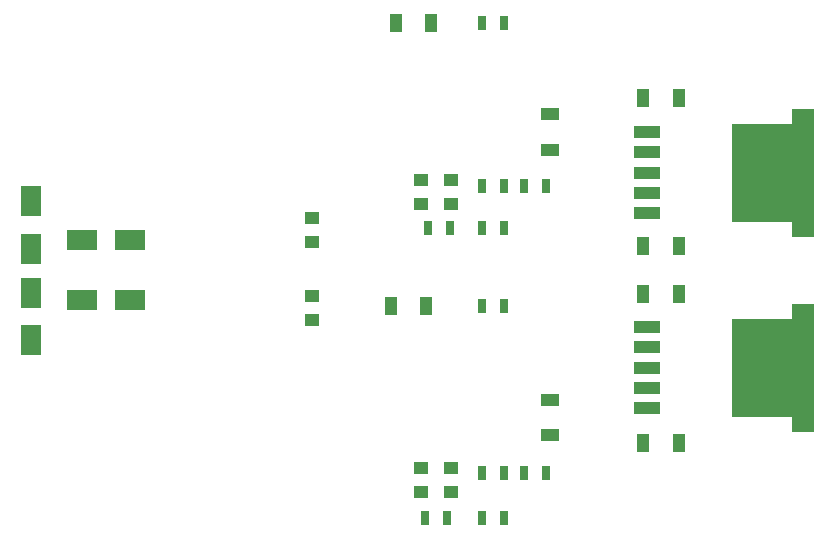
<source format=gbr>
G04 #@! TF.FileFunction,Paste,Top*
%FSLAX46Y46*%
G04 Gerber Fmt 4.6, Leading zero omitted, Abs format (unit mm)*
G04 Created by KiCad (PCBNEW 4.0.5-e0-6337~49~ubuntu15.04.1) date Thu Oct 26 21:54:15 2017*
%MOMM*%
%LPD*%
G01*
G04 APERTURE LIST*
%ADD10C,0.100000*%
%ADD11R,1.000000X1.600000*%
%ADD12R,1.600000X1.000000*%
%ADD13R,1.250000X1.000000*%
%ADD14R,0.700000X1.300000*%
%ADD15R,2.160000X1.070000*%
%ADD16R,7.000000X8.330000*%
%ADD17R,1.910000X10.800000*%
%ADD18R,1.800000X2.500000*%
%ADD19R,2.500000X1.800000*%
G04 APERTURE END LIST*
D10*
D11*
X122960000Y-65405000D03*
X125960000Y-65405000D03*
X102005000Y-29845000D03*
X105005000Y-29845000D03*
D12*
X115062000Y-61770000D03*
X115062000Y-64770000D03*
D11*
X101600000Y-53848000D03*
X104600000Y-53848000D03*
D13*
X94906456Y-53014640D03*
X94906456Y-55014640D03*
X94906456Y-46410640D03*
X94906456Y-48410640D03*
D14*
X109286000Y-29845000D03*
X111186000Y-29845000D03*
X106614000Y-47244000D03*
X104714000Y-47244000D03*
X109286000Y-53848000D03*
X111186000Y-53848000D03*
X106360000Y-71755000D03*
X104460000Y-71755000D03*
X111186000Y-47244000D03*
X109286000Y-47244000D03*
X111186000Y-71755000D03*
X109286000Y-71755000D03*
X111186000Y-43688000D03*
X109286000Y-43688000D03*
X111186000Y-67945000D03*
X109286000Y-67945000D03*
X114742000Y-43688000D03*
X112842000Y-43688000D03*
X114742000Y-67945000D03*
X112842000Y-67945000D03*
D15*
X123305000Y-42545000D03*
X123305000Y-44245000D03*
X123305000Y-45945000D03*
X123305000Y-40845000D03*
X123305000Y-39145000D03*
D16*
X133975000Y-42545000D03*
D17*
X136525000Y-42545000D03*
D15*
X123305000Y-59055000D03*
X123305000Y-60755000D03*
X123305000Y-62455000D03*
X123305000Y-57355000D03*
X123305000Y-55655000D03*
D16*
X133975000Y-59055000D03*
D17*
X136525000Y-59055000D03*
D18*
X71088185Y-48990000D03*
X71088185Y-44990000D03*
X71088185Y-56733565D03*
X71088185Y-52733565D03*
D19*
X75470000Y-48260000D03*
X79470000Y-48260000D03*
X79470000Y-53340000D03*
X75470000Y-53340000D03*
D12*
X115046890Y-37616000D03*
X115046890Y-40616000D03*
D11*
X122960000Y-48768000D03*
X125960000Y-48768000D03*
X122960000Y-36195000D03*
X125960000Y-36195000D03*
X122960000Y-52832000D03*
X125960000Y-52832000D03*
D13*
X104140000Y-45196000D03*
X104140000Y-43196000D03*
X104140000Y-69580000D03*
X104140000Y-67580000D03*
X106680000Y-69580000D03*
X106680000Y-67580000D03*
X106680000Y-45196000D03*
X106680000Y-43196000D03*
M02*

</source>
